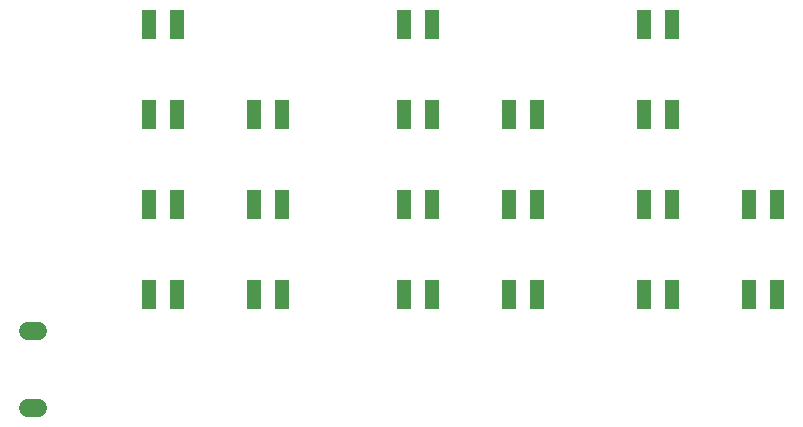
<source format=gbr>
G04 #@! TF.FileFunction,Soldermask,Bot*
%FSLAX46Y46*%
G04 Gerber Fmt 4.6, Leading zero omitted, Abs format (unit mm)*
G04 Created by KiCad (PCBNEW (2016-05-05 BZR 6775)-product) date Tuesday, July 05, 2016 'PMt' 09:19:01 PM*
%MOMM*%
%LPD*%
G01*
G04 APERTURE LIST*
%ADD10C,0.100000*%
%ADD11O,2.400000X1.520000*%
%ADD12R,1.200000X0.850000*%
G04 APERTURE END LIST*
D10*
D11*
X103324000Y-142795000D03*
X103324000Y-149305000D03*
D12*
X157410000Y-140500000D03*
X157410000Y-139700000D03*
X157410000Y-138900000D03*
X155010000Y-140500000D03*
X155010000Y-139700000D03*
X155010000Y-138900000D03*
X157410000Y-132880000D03*
X157410000Y-132080000D03*
X157410000Y-131280000D03*
X155010000Y-132880000D03*
X155010000Y-132080000D03*
X155010000Y-131280000D03*
X157410000Y-125260000D03*
X157410000Y-124460000D03*
X157410000Y-123660000D03*
X155010000Y-125260000D03*
X155010000Y-124460000D03*
X155010000Y-123660000D03*
X157410000Y-117640000D03*
X157410000Y-116840000D03*
X157410000Y-116040000D03*
X155010000Y-117640000D03*
X155010000Y-116840000D03*
X155010000Y-116040000D03*
X166300000Y-140500000D03*
X166300000Y-139700000D03*
X166300000Y-138900000D03*
X163900000Y-140500000D03*
X163900000Y-139700000D03*
X163900000Y-138900000D03*
X166300000Y-132880000D03*
X166300000Y-132080000D03*
X166300000Y-131280000D03*
X163900000Y-132880000D03*
X163900000Y-132080000D03*
X163900000Y-131280000D03*
X137090000Y-140500000D03*
X137090000Y-139700000D03*
X137090000Y-138900000D03*
X134690000Y-140500000D03*
X134690000Y-139700000D03*
X134690000Y-138900000D03*
X137090000Y-132880000D03*
X137090000Y-132080000D03*
X137090000Y-131280000D03*
X134690000Y-132880000D03*
X134690000Y-132080000D03*
X134690000Y-131280000D03*
X137090000Y-125260000D03*
X137090000Y-124460000D03*
X137090000Y-123660000D03*
X134690000Y-125260000D03*
X134690000Y-124460000D03*
X134690000Y-123660000D03*
X145980000Y-140500000D03*
X145980000Y-139700000D03*
X145980000Y-138900000D03*
X143580000Y-140500000D03*
X143580000Y-139700000D03*
X143580000Y-138900000D03*
X145980000Y-132880000D03*
X145980000Y-132080000D03*
X145980000Y-131280000D03*
X143580000Y-132880000D03*
X143580000Y-132080000D03*
X143580000Y-131280000D03*
X145980000Y-125260000D03*
X145980000Y-124460000D03*
X145980000Y-123660000D03*
X143580000Y-125260000D03*
X143580000Y-124460000D03*
X143580000Y-123660000D03*
X115500000Y-140500000D03*
X115500000Y-139700000D03*
X115500000Y-138900000D03*
X113100000Y-140500000D03*
X113100000Y-139700000D03*
X113100000Y-138900000D03*
X115500000Y-132880000D03*
X115500000Y-132080000D03*
X115500000Y-131280000D03*
X113100000Y-132880000D03*
X113100000Y-132080000D03*
X113100000Y-131280000D03*
X115500000Y-125260000D03*
X115500000Y-124460000D03*
X115500000Y-123660000D03*
X113100000Y-125260000D03*
X113100000Y-124460000D03*
X113100000Y-123660000D03*
X115500000Y-117640000D03*
X115500000Y-116840000D03*
X115500000Y-116040000D03*
X113100000Y-117640000D03*
X113100000Y-116840000D03*
X113100000Y-116040000D03*
X124390000Y-140500000D03*
X124390000Y-139700000D03*
X124390000Y-138900000D03*
X121990000Y-140500000D03*
X121990000Y-139700000D03*
X121990000Y-138900000D03*
X124390000Y-132880000D03*
X124390000Y-132080000D03*
X124390000Y-131280000D03*
X121990000Y-132880000D03*
X121990000Y-132080000D03*
X121990000Y-131280000D03*
X124390000Y-125260000D03*
X124390000Y-124460000D03*
X124390000Y-123660000D03*
X121990000Y-125260000D03*
X121990000Y-124460000D03*
X121990000Y-123660000D03*
X137090000Y-117640000D03*
X137090000Y-116840000D03*
X137090000Y-116040000D03*
X134690000Y-117640000D03*
X134690000Y-116840000D03*
X134690000Y-116040000D03*
M02*

</source>
